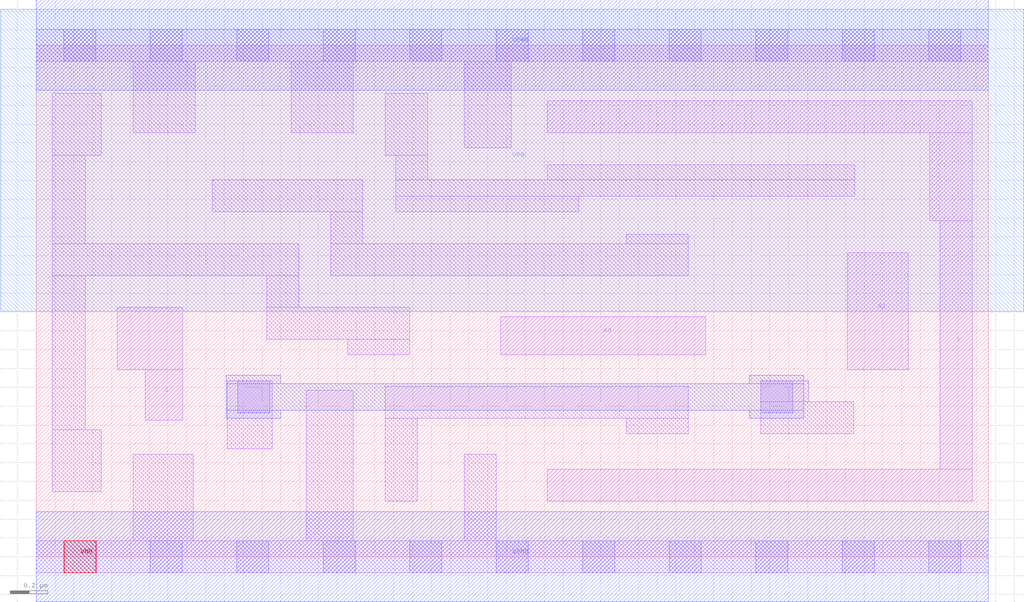
<source format=lef>
# Copyright 2020 The SkyWater PDK Authors
#
# Licensed under the Apache License, Version 2.0 (the "License");
# you may not use this file except in compliance with the License.
# You may obtain a copy of the License at
#
#     https://www.apache.org/licenses/LICENSE-2.0
#
# Unless required by applicable law or agreed to in writing, software
# distributed under the License is distributed on an "AS IS" BASIS,
# WITHOUT WARRANTIES OR CONDITIONS OF ANY KIND, either express or implied.
# See the License for the specific language governing permissions and
# limitations under the License.
#
# SPDX-License-Identifier: Apache-2.0

VERSION 5.7 ;
  NOWIREEXTENSIONATPIN ON ;
  DIVIDERCHAR "/" ;
  BUSBITCHARS "[]" ;
MACRO sky130_fd_sc_hd__mux2i_2
  CLASS CORE ;
  FOREIGN sky130_fd_sc_hd__mux2i_2 ;
  ORIGIN  0.000000  0.000000 ;
  SIZE  5.060000 BY  2.720000 ;
  SYMMETRY X Y R90 ;
  SITE unithd ;
  PIN A0
    ANTENNAGATEAREA  0.495000 ;
    DIRECTION INPUT ;
    USE SIGNAL ;
    PORT
      LAYER li1 ;
        RECT 2.470000 1.075000 3.560000 1.275000 ;
    END
  END A0
  PIN A1
    ANTENNAGATEAREA  0.495000 ;
    DIRECTION INPUT ;
    USE SIGNAL ;
    PORT
      LAYER li1 ;
        RECT 4.310000 0.995000 4.635000 1.615000 ;
    END
  END A1
  PIN S
    ANTENNAGATEAREA  0.742500 ;
    DIRECTION INPUT ;
    USE SIGNAL ;
    PORT
      LAYER li1 ;
        RECT 0.430000 0.995000 0.780000 1.325000 ;
        RECT 0.580000 0.725000 0.780000 0.995000 ;
    END
  END S
  PIN Y
    ANTENNADIFFAREA  1.691250 ;
    DIRECTION OUTPUT ;
    USE SIGNAL ;
    PORT
      LAYER li1 ;
        RECT 2.715000 0.295000 4.975000 0.465000 ;
        RECT 2.715000 2.255000 4.975000 2.425000 ;
        RECT 4.750000 1.785000 4.975000 2.255000 ;
        RECT 4.805000 0.465000 4.975000 1.785000 ;
    END
  END Y
  PIN VGND
    DIRECTION INOUT ;
    SHAPE ABUTMENT ;
    USE GROUND ;
    PORT
      LAYER met1 ;
        RECT 0.000000 -0.240000 5.060000 0.240000 ;
    END
  END VGND
  PIN VNB
    DIRECTION INOUT ;
    USE GROUND ;
    PORT
      LAYER pwell ;
        RECT 0.150000 -0.085000 0.320000 0.085000 ;
    END
  END VNB
  PIN VPB
    DIRECTION INOUT ;
    USE POWER ;
    PORT
      LAYER nwell ;
        RECT -0.190000 1.305000 5.250000 2.910000 ;
    END
  END VPB
  PIN VPWR
    DIRECTION INOUT ;
    SHAPE ABUTMENT ;
    USE POWER ;
    PORT
      LAYER met1 ;
        RECT 0.000000 2.480000 5.060000 2.960000 ;
    END
  END VPWR
  OBS
    LAYER li1 ;
      RECT 0.000000 -0.085000 5.060000 0.085000 ;
      RECT 0.000000  2.635000 5.060000 2.805000 ;
      RECT 0.085000  0.345000 0.345000 0.675000 ;
      RECT 0.085000  0.675000 0.260000 1.495000 ;
      RECT 0.085000  1.495000 1.395000 1.665000 ;
      RECT 0.085000  1.665000 0.260000 2.135000 ;
      RECT 0.085000  2.135000 0.345000 2.465000 ;
      RECT 0.515000  0.085000 0.835000 0.545000 ;
      RECT 0.515000  2.255000 0.845000 2.635000 ;
      RECT 0.935000  1.835000 1.735000 2.005000 ;
      RECT 1.015000  0.575000 1.255000 0.935000 ;
      RECT 1.225000  1.155000 1.985000 1.325000 ;
      RECT 1.225000  1.325000 1.395000 1.495000 ;
      RECT 1.355000  2.255000 1.685000 2.635000 ;
      RECT 1.435000  0.085000 1.685000 0.885000 ;
      RECT 1.565000  1.495000 3.465000 1.665000 ;
      RECT 1.565000  1.665000 1.735000 1.835000 ;
      RECT 1.655000  1.075000 1.985000 1.155000 ;
      RECT 1.855000  0.295000 2.025000 0.735000 ;
      RECT 1.855000  0.735000 3.465000 0.905000 ;
      RECT 1.855000  2.135000 2.080000 2.465000 ;
      RECT 1.910000  1.835000 2.885000 1.915000 ;
      RECT 1.910000  1.915000 4.350000 2.005000 ;
      RECT 1.910000  2.005000 2.080000 2.135000 ;
      RECT 2.275000  0.085000 2.445000 0.545000 ;
      RECT 2.275000  2.175000 2.525000 2.635000 ;
      RECT 2.715000  2.005000 4.350000 2.085000 ;
      RECT 3.135000  0.655000 3.465000 0.735000 ;
      RECT 3.135000  1.665000 3.465000 1.715000 ;
      RECT 3.850000  0.655000 4.345000 0.825000 ;
      RECT 3.850000  0.825000 4.105000 0.935000 ;
    LAYER mcon ;
      RECT 0.145000 -0.085000 0.315000 0.085000 ;
      RECT 0.145000  2.635000 0.315000 2.805000 ;
      RECT 0.605000 -0.085000 0.775000 0.085000 ;
      RECT 0.605000  2.635000 0.775000 2.805000 ;
      RECT 1.065000 -0.085000 1.235000 0.085000 ;
      RECT 1.065000  2.635000 1.235000 2.805000 ;
      RECT 1.070000  0.765000 1.240000 0.935000 ;
      RECT 1.525000 -0.085000 1.695000 0.085000 ;
      RECT 1.525000  2.635000 1.695000 2.805000 ;
      RECT 1.985000 -0.085000 2.155000 0.085000 ;
      RECT 1.985000  2.635000 2.155000 2.805000 ;
      RECT 2.445000 -0.085000 2.615000 0.085000 ;
      RECT 2.445000  2.635000 2.615000 2.805000 ;
      RECT 2.905000 -0.085000 3.075000 0.085000 ;
      RECT 2.905000  2.635000 3.075000 2.805000 ;
      RECT 3.365000 -0.085000 3.535000 0.085000 ;
      RECT 3.365000  2.635000 3.535000 2.805000 ;
      RECT 3.825000 -0.085000 3.995000 0.085000 ;
      RECT 3.825000  2.635000 3.995000 2.805000 ;
      RECT 3.850000  0.765000 4.020000 0.935000 ;
      RECT 4.285000 -0.085000 4.455000 0.085000 ;
      RECT 4.285000  2.635000 4.455000 2.805000 ;
      RECT 4.745000 -0.085000 4.915000 0.085000 ;
      RECT 4.745000  2.635000 4.915000 2.805000 ;
    LAYER met1 ;
      RECT 1.010000 0.735000 1.300000 0.780000 ;
      RECT 1.010000 0.780000 4.080000 0.920000 ;
      RECT 1.010000 0.920000 1.300000 0.965000 ;
      RECT 3.790000 0.735000 4.080000 0.780000 ;
      RECT 3.790000 0.920000 4.080000 0.965000 ;
  END
END sky130_fd_sc_hd__mux2i_2
END LIBRARY

</source>
